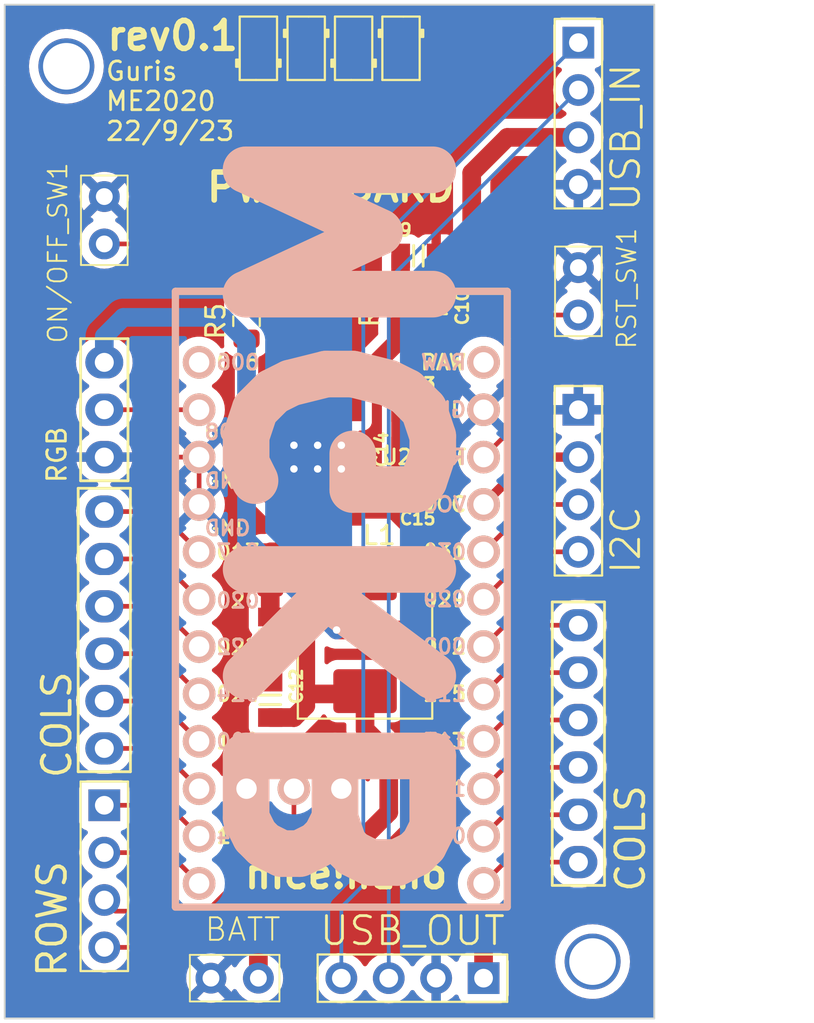
<source format=kicad_pcb>
(kicad_pcb (version 20221018) (generator pcbnew)
  (layers (0 "F.Cu" signal) (31 "B.Cu" signal) (34 "B.Paste" user) (35 "F.Paste" user) (36 "B.SilkS" user "B.Silkscreen") (37 "F.SilkS" user "F.Silkscreen") (38 "B.Mask" user) (39 "F.Mask" user) (44 "Edge.Cuts" user))
  (net 0 "")
  (net 1 "Net-(C9-+)")
  (net 2 "GND")
  (net 3 "Net-(C10-+)")
  (net 4 "Net-(C11-+)")
  (net 5 "Net-(C12-+)")
  (net 6 "Net-(D45-K-)")
  (net 7 "Net-(D45-A+)")
  (net 8 "Net-(D47-A+)")
  (net 9 "SCL")
  (net 10 "SDA")
  (net 11 "D-")
  (net 12 "D+")
  (net 13 "RGB")
  (net 14 "Net-(L1-+)")
  (net 15 "Net-(ON/OFF_SW1-Pin_1)")
  (net 16 "Net-(R5-+)")
  (net 17 "RST_SW")
  (net 19 "+5V")
  (net 21 "COL6")
  (net 23 "+3V3")
  (net 24 "COL5")
  (net 25 "COL4")
  (net 26 "COL3")
  (net 27 "COL2")
  (net 28 "COL1")
  (net 29 "ROW4")
  (net 30 "ROW3")
  (net 31 "ROW2")
  (net 32 "ROW1")
  (net 33 "COL7")
  (net 34 "COL8")
  (net 35 "COL9")
  (net 36 "COL10")
  (net 37 "COL11")
  (net 38 "COL12")
  (footprint "IP5306:SOP8-P" (layer "F.Cu") (at 129.54 74.293601 180)
    (fp_text reference "U2" (at -4.2477 -0.000001) (layer "F.SilkS") (effects (font (size 0.8 0.8))))
    (fp_text value "IP5306")
    (fp_line (start -2.032 1.016) (end -2.032 -1.016) (stroke (width 0.3048)) (layer "F.SilkS"))
    (pad "1" smd rect (at -1.905 2.8 180) (size 1 1.75) (layers "F.Cu" "F.Paste" "F.Mask") (net 3 "Net-(C10-+)"))
    (pad "2" smd rect (at -0.635 2.8 180) (size 0.6 1.75) (layers "F.Cu" "F.Paste" "F.Mask") (net 7 "Net-(D45-A+)"))
    (pad "3" smd rect (at 0.635 2.8 180) (size 0.6 1.75) (layers "F.Cu" "F.Paste" "F.Mask") (net 8 "Net-(D47-A+)"))
    (pad "4" smd rect (at 1.905 2.8 180) (size 0.6 1.75) (layers "F.Cu" "F.Paste" "F.Mask") (net 6 "Net-(D45-K-)"))
    (pad "5" smd rect (at 1.905 -2.8 180) (size 0.6 1.75) (layers "F.Cu" "F.Paste" "F.Mask") (net 16 "Net-(R5-+)"))
    (pad "6" smd rect (at 0.635 -2.8 180) (size 1 1.75) (layers "F.Cu" "F.Paste" "F.Mask") (net 5 "Net-(C12-+)"))
    (pad "7" smd rect (at -0.635 -2.8 180) (size 1 1.75) (layers "F.Cu" "F.Paste" "F.Mask") (net 14 "Net-(L1-+)"))
    (pad "8" smd rect (at -1.905 -2.8 180) (size 1 1.75) (layers "F.Cu" "F.Paste" "F.Mask") (net 19 "+5V"))
    (pad "EXP" smd rect (at 0 0 180) (size 3.3 2.41) (layers "F.Cu" "F.Mask") (net 2 "GND"))
  )
  (footprint "PCM_4ms_Connector:Pins_1x04_2.54mm_TH" (layer "F.Cu") (at 134.62 102.235 -90)
    (fp_text reference "J3" hide)
    (fp_text value "USB_OUT" (at -2.54 0 -180) (layer "F.SilkS") (effects (font (size 1.5 1.5))))
    (fp_line (start -1.27 -5.08) (end -1.27 5.08) (stroke (width 0.12)) (layer "F.SilkS"))
    (fp_line (start -1.27 5.08) (end 1.27 5.08) (stroke (width 0.12)) (layer "F.SilkS"))
    (fp_line (start 1.27 -5.08) (end -1.27 -5.08) (stroke (width 0.12)) (layer "F.SilkS"))
    (fp_line (start 1.27 5.08) (end 1.27 -5.08) (stroke (width 0.12)) (layer "F.SilkS"))
    (pad "1" thru_hole rect (at 0 -3.81 270) (size 1.7 1.7) (drill 1) (layers "*.Cu" "*.Mask") (net 19 "+5V"))
    (pad "2" thru_hole oval (at 0 -1.27 270) (size 1.7 1.7) (drill 1) (layers "*.Cu" "*.Mask") (net 2 "GND"))
    (pad "3" thru_hole oval (at 0 1.27 270) (size 1.7 1.7) (drill 1) (layers "*.Cu" "*.Mask") (net 12 "D+"))
    (pad "4" thru_hole oval (at 0 3.81 270) (size 1.7 1.7) (drill 1) (layers "*.Cu" "*.Mask") (net 11 "D-"))
  )
  (footprint "PCM_4ms_Resistor:R_0805_2012Metric" (layer "F.Cu") (at 125.73 67.007501 90)
    (fp_text reference "R5" (at 0 -1.65 90) (layer "F.SilkS"))
    (fp_text value "10k" hide)
    (fp_line (start -0.258578 -0.71) (end 0.258578 -0.71) (stroke (width 0.12)) (layer "F.SilkS"))
    (fp_line (start -0.258578 0.71) (end 0.258578 0.71) (stroke (width 0.12)) (layer "F.SilkS"))
    (pad "1" smd roundrect (at -0.9375 0 90) (size 0.975 1.4) (layers "F.Cu" "F.Paste" "F.Mask") (net 16 "Net-(R5-+)"))
    (pad "2" smd roundrect (at 0.9375 0 90) (size 0.975 1.4) (layers "F.Cu" "F.Paste" "F.Mask") (net 15 "Net-(ON/OFF_SW1-Pin_1)"))
  )
  (footprint "PCM_4ms_Connector:Pins_1x04_2.54mm_TH" (layer "F.Cu") (at 143.51 55.88)
    (fp_text reference "J6" hide)
    (fp_text value "USB_IN" (at 2.54 1.27 90) (layer "F.SilkS") (effects (font (size 1.5 1.5))))
    (fp_line (start -1.27 -5.08) (end -1.27 5.08) (stroke (width 0.12)) (layer "F.SilkS"))
    (fp_line (start -1.27 5.08) (end 1.27 5.08) (stroke (width 0.12)) (layer "F.SilkS"))
    (fp_line (start 1.27 -5.08) (end -1.27 -5.08) (stroke (width 0.12)) (layer "F.SilkS"))
    (fp_line (start 1.27 5.08) (end 1.27 -5.08) (stroke (width 0.12)) (layer "F.SilkS"))
    (pad "1" thru_hole rect (at 0 -3.81) (size 1.7 1.7) (drill 1) (layers "*.Cu" "*.Mask") (net 11 "D-"))
    (pad "2" thru_hole oval (at 0 -1.27) (size 1.7 1.7) (drill 1) (layers "*.Cu" "*.Mask") (net 12 "D+"))
    (pad "3" thru_hole oval (at 0 1.27) (size 1.7 1.7) (drill 1) (layers "*.Cu" "*.Mask") (net 3 "Net-(C10-+)"))
    (pad "4" thru_hole oval (at 0 3.81) (size 1.7 1.7) (drill 1) (layers "*.Cu" "*.Mask") (net 2 "GND"))
  )
  (footprint "PCM_4ms_Connector:Pins_1x02_2.54mm_TH" (layer "F.Cu") (at 118.11 61.595 180)
    (fp_text reference "ON/OFF_SW1" (at 1.905 3.175 90) (layer "F.SilkS") (effects (font (thickness 0.1016)) (justify right bottom)))
    (fp_text value "Conn_01x02" hide)
    (fp_line (start -1.25 -2.4) (end 1.25 -2.4) (stroke (width 0.1)) (layer "F.SilkS"))
    (fp_line (start -1.25 2.4) (end -1.25 -2.4) (stroke (width 0.1)) (layer "F.SilkS"))
    (fp_line (start 1.25 -2.4) (end 1.25 2.4) (stroke (width 0.1)) (layer "F.SilkS"))
    (fp_line (start 1.25 2.4) (end -1.25 2.4) (stroke (width 0.1)) (layer "F.SilkS"))
    (pad "1" thru_hole circle (at 0 -1.27 180) (size 1.651 1.651) (drill 0.9) (layers "*.Cu" "*.Mask") (net 15 "Net-(ON/OFF_SW1-Pin_1)"))
    (pad "2" thru_hole circle (at 0 1.27 180) (size 1.651 1.651) (drill 0.9) (layers "*.Cu" "*.Mask") (net 2 "GND"))
  )
  (footprint "PCM_Diode_SMD_AKL:D_0805_2012Metric" (layer "F.Cu") (at 128.927201 52.3725 -90)
    (fp_text reference "D47" hide)
    (fp_text value "type=\"\" model=\"D-LED\" lib=\"semiconductor.lib\"" hide)
    (fp_line (start -1.7 -1) (end 1.7 -1) (stroke (width 0.12)) (layer "F.SilkS"))
    (fp_line (start -1.7 -0.127) (end -1.7 -1) (stroke (width 0.12)) (layer "F.SilkS"))
    (fp_line (start -1.7 1) (end -1.7 -0.127) (stroke (width 0.12)) (layer "F.SilkS"))
    (fp_line (start 1.7 -1) (end 1.7 1) (stroke (width 0.12)) (layer "F.SilkS"))
    (fp_line (start 1.7 1) (end -1.7 1) (stroke (width 0.12)) (layer "F.SilkS"))
    (fp_poly (pts (xy -0.6 -1) (xy -1 -1) (xy -1 -1.2) (xy -0.6 -1.2)) (stroke (width 0.1)) (fill solid) (layer "F.SilkS"))
    (fp_poly (pts (xy -0.6 1.2) (xy -1 1.2) (xy -1 1) (xy -0.6 1)) (stroke (width 0.1)) (fill solid) (layer "F.SilkS"))
    (pad "1" smd roundrect (at -0.9375 0 270) (size 0.975 1.4) (layers "F.Cu" "F.Paste" "F.Mask") (net 6 "Net-(D45-K-)"))
    (pad "2" smd roundrect (at 0.9375 0 270) (size 0.975 1.4) (layers "F.Cu" "F.Paste" "F.Mask") (net 8 "Net-(D47-A+)"))
  )
  (footprint "PCM_4ms_Capacitor:C_0805" (layer "F.Cu") (at 134.935 73.863802)
    (fp_text reference "C14" (at -1.585 1.066198 90) (layer "F.SilkS") (effects (font (size 0.65 0.65)) (justify left bottom)))
    (fp_text value "22uF" hide)
    (fp_line (start -0.254 0.5588) (end -0.254 -0.5588) (stroke (width 0.1524)) (layer "F.SilkS"))
    (fp_line (start 0.254 0.5588) (end 0.254 -0.5588) (stroke (width 0.1524)) (layer "F.SilkS"))
    (pad "1" smd rect (at -0.95 0) (size 1 1.3) (layers "F.Cu" "F.Paste" "F.Mask") (net 19 "+5V"))
    (pad "2" smd rect (at 0.95 0) (size 1 1.3) (layers "F.Cu" "F.Paste" "F.Mask") (net 2 "GND"))
  )
  (footprint "PCM_4ms_Resistor:R_0805_2012Metric" (layer "F.Cu") (at 127 80.3425 -90)
    (fp_text reference "R4" (at -0.3325 -1.65 90) (layer "F.SilkS"))
    (fp_text value "2R")
    (fp_line (start -0.258578 -0.71) (end 0.258578 -0.71) (stroke (width 0.12)) (layer "F.SilkS"))
    (fp_line (start -0.258578 0.71) (end 0.258578 0.71) (stroke (width 0.12)) (layer "F.SilkS"))
    (pad "1" smd roundrect (at -0.9375 0 270) (size 0.975 1.4) (layers "F.Cu" "F.Paste" "F.Mask") (net 5 "Net-(C12-+)"))
    (pad "2" smd roundrect (at 0.9375 0 270) (size 0.975 1.4) (layers "F.Cu" "F.Paste" "F.Mask") (net 4 "Net-(C11-+)"))
  )
  (footprint "PCM_Diode_SMD_AKL:D_0805_2012Metric" (layer "F.Cu") (at 131.467201 52.3725 90)
    (fp_text reference "D46" hide)
    (fp_text value "type=\"\" model=\"D-LED\" lib=\"semiconductor.lib\"" hide)
    (fp_line (start -1.7 -1) (end 1.7 -1) (stroke (width 0.12)) (layer "F.SilkS"))
    (fp_line (start -1.7 -0.127) (end -1.7 -1) (stroke (width 0.12)) (layer "F.SilkS"))
    (fp_line (start -1.7 1) (end -1.7 -0.127) (stroke (width 0.12)) (layer "F.SilkS"))
    (fp_line (start 1.7 -1) (end 1.7 1) (stroke (width 0.12)) (layer "F.SilkS"))
    (fp_line (start 1.7 1) (end -1.7 1) (stroke (width 0.12)) (layer "F.SilkS"))
    (fp_poly (pts (xy -0.6 -1) (xy -1 -1) (xy -1 -1.2) (xy -0.6 -1.2)) (stroke (width 0.1)) (fill solid) (layer "F.SilkS"))
    (fp_poly (pts (xy -0.6 1.2) (xy -1 1.2) (xy -1 1) (xy -0.6 1)) (stroke (width 0.1)) (fill solid) (layer "F.SilkS"))
    (pad "1" smd roundrect (at -0.9375 0 90) (size 0.975 1.4) (layers "F.Cu" "F.Paste" "F.Mask") (net 7 "Net-(D45-A+)"))
    (pad "2" smd roundrect (at 0.9375 0 90) (size 0.975 1.4) (layers "F.Cu" "F.Paste" "F.Mask") (net 6 "Net-(D45-K-)"))
  )
  (footprint "PCM_Diode_SMD_AKL:D_0805_2012Metric" (layer "F.Cu") (at 126.365 52.3725 90)
    (fp_text reference "D48" hide)
    (fp_text value "type=\"\" model=\"D-LED\" lib=\"semiconductor.lib\"" hide)
    (fp_line (start -1.7 -1) (end 1.7 -1) (stroke (width 0.12)) (layer "F.SilkS"))
    (fp_line (start -1.7 -0.127) (end -1.7 -1) (stroke (width 0.12)) (layer "F.SilkS"))
    (fp_line (start -1.7 1) (end -1.7 -0.127) (stroke (width 0.12)) (layer "F.SilkS"))
    (fp_line (start 1.7 -1) (end 1.7 1) (stroke (width 0.12)) (layer "F.SilkS"))
    (fp_line (start 1.7 1) (end -1.7 1) (stroke (width 0.12)) (layer "F.SilkS"))
    (fp_poly (pts (xy -0.6 -1) (xy -1 -1) (xy -1 -1.2) (xy -0.6 -1.2)) (stroke (width 0.1)) (fill solid) (layer "F.SilkS"))
    (fp_poly (pts (xy -0.6 1.2) (xy -1 1.2) (xy -1 1) (xy -0.6 1)) (stroke (width 0.1)) (fill solid) (layer "F.SilkS"))
    (pad "1" smd roundrect (at -0.9375 0 90) (size 0.975 1.4) (layers "F.Cu" "F.Paste" "F.Mask") (net 8 "Net-(D47-A+)"))
    (pad "2" smd roundrect (at 0.9375 0 90) (size 0.975 1.4) (layers "F.Cu" "F.Paste" "F.Mask") (net 6 "Net-(D45-K-)"))
  )
  (footprint "PCM_4ms_Connector:Pins_1x03_2.54mm_TH" (layer "F.Cu") (at 118.11 71.755001 180)
    (fp_text reference "J4" hide)
    (fp_text value "RGB" (at 2.54 -2.412999 270) (layer "F.SilkS"))
    (fp_line (start -1.27 -3.81) (end -1.27 3.81) (stroke (width 0.15)) (layer "F.SilkS"))
    (fp_line (start -1.27 3.81) (end 1.27 3.81) (stroke (width 0.15)) (layer "F.SilkS"))
    (fp_line (start 1.27 -3.81) (end -1.27 -3.81) (stroke (width 0.15)) (layer "F.SilkS"))
    (fp_line (start 1.27 3.81) (end 1.27 -3.81) (stroke (width 0.15)) (layer "F.SilkS"))
    (pad "1" thru_hole oval (at 0 -2.54 180) (size 2.032 1.7272) (drill 1.016) (layers "*.Cu" "*.Mask") (net 2 "GND"))
    (pad "2" thru_hole oval (at 0 0 180) (size 2.032 1.7272) (drill 1.016) (layers "*.Cu" "*.Mask") (net 13 "RGB"))
    (pad "3" thru_hole oval (at 0 2.54 180) (size 2.032 1.7272) (drill 1.016) (layers "*.Cu" "*.Mask") (net 19 "+5V"))
  )
  (footprint "PCM_4ms_Connector:Pins_1x06_2.54mm_TH_SWD" (layer "F.Cu") (at 143.51 89.662)
    (fp_text reference "J8" hide)
    (fp_text value "COLS" (at 2.794 5.08 90) (layer "F.SilkS") (effects (font (size 1.5 1.5) (thickness 0.2))))
    (fp_line (start -1.4 7.6) (end -1.4 -7.6) (stroke (width 0.15)) (layer "F.SilkS"))
    (fp_line (start 1.4 -7.6) (end -1.4 -7.6) (stroke (width 0.15)) (layer "F.SilkS"))
    (fp_line (start 1.4 -7.6) (end 1.4 7.6) (stroke (width 0.15)) (layer "F.SilkS"))
    (fp_line (start 1.4 7.6) (end -1.4 7.6) (stroke (width 0.15)) (layer "F.SilkS"))
    (pad "1" thru_hole oval (at 0 -6.35) (size 2.032 1.7272) (drill 1.016) (layers "*.Cu" "*.Mask") (net 33 "COL7"))
    (pad "2" thru_hole oval (at 0 -3.81) (size 2.032 1.7272) (drill 1.016) (layers "*.Cu" "*.Mask") (net 34 "COL8"))
    (pad "3" thru_hole oval (at 0 -1.27) (size 2.032 1.7272) (drill 1.016) (layers "*.Cu" "*.Mask") (net 35 "COL9"))
    (pad "4" thru_hole oval (at 0 1.27) (size 2.032 1.7272) (drill 1.016) (layers "*.Cu" "*.Mask") (net 36 "COL10"))
    (pad "5" thru_hole oval (at 0 3.81) (size 2.032 1.7272) (drill 1.016) (layers "*.Cu" "*.Mask") (net 37 "COL11"))
    (pad "6" thru_hole oval (at 0 6.35) (size 2.032 1.7272) (drill 1.016) (layers "*.Cu" "*.Mask") (net 38 "COL12"))
  )
  (footprint "nice-nano-kicad:nice_nano" (layer "F.Cu") (at 130.81 83.185001 -90)
    (fp_text reference "U1" hide)
    (fp_text value "nice_nano" hide)
    (fp_text user "100" (at 6.35 5.53719) (layer "B.SilkS") (effects (font (size 0.8 0.8)) (justify mirror)))
    (fp_text user "017" (at -3.81 5.53719) (layer "B.SilkS") (effects (font (size 0.8 0.8)) (justify mirror)))
    (fp_text user "029" (at -1.27 -5.537191) (layer "B.SilkS") (effects (font (size 0.8 0.8)) (justify mirror)))
    (fp_text user "010" (at 11.43 -5.537191) (layer "B.SilkS") (effects (font (size 0.8 0.8)) (justify mirror)))
    (fp_text user "113" (at 6.35 -5.537191) (layer "B.SilkS") (effects (font (size 0.8 0.8)) (justify mirror)))
    (fp_text user "020" (at -1.2 5.53719) (layer "B.SilkS") (effects (font (size 0.8 0.8)) (justify mirror)))
    (fp_text user "002" (at 1.27 -5.537191) (layer "B.SilkS") (effects (font (size 0.8 0.8)) (justify mirror)))
    (fp_text user "024" (at 3.8 5.53719) (layer "B.SilkS") (effects (font (size 0.8 0.8)) (justify mirror)))
    (fp_text user "115" (at 3.81 -5.537191) (layer "B.SilkS") (effects (font (size 0.8 0.8)) (justify mirror)))
    (fp_text user "GND" (at -5.08 6.096) (layer "B.SilkS") (effects (font (size 0.8 0.8)) (justify mirror)))
    (fp_text user "022" (at 1.3 5.53719) (layer "B.SilkS") (effects (font (size 0.8 0.8)) (justify mirror)))
    (fp_text user "GND" (at -7.62 6.096) (layer "B.SilkS") (effects (font (size 0.8 0.8)) (justify mirror)))
    (fp_text user "031" (at -3.81 -5.537191) (layer "B.SilkS") (effects (font (size 0.8 0.8)) (justify mirror)))
    (fp_text user "GND" (at -11.43 -5.454667) (layer "B.SilkS") (effects (font (size 0.8 0.8)) (justify mirror)))
    (fp_text user "111" (at 8.89 -5.537191) (layer "B.SilkS") (effects (font (size 0.8 0.8)) (justify mirror)))
    (fp_text user "RAW" (at -13.97 -5.473715) (layer "B.SilkS") (effects (font (size 0.8 0.8)) (justify mirror)))
    (fp_text user "006" (at -13.97 5.53719) (layer "B.SilkS") (effects (font (size 0.8 0.8)) (justify mirror)))
    (fp_text user "VCC" (at -6.35 -5.537191) (layer "B.SilkS") (effects (font (size 0.8 0.8)) (justify mirror)))
    (fp_text user "RST" (at -8.89 -5.588) (layer "B.SilkS") (effects (font (size 0.8 0.8)) (justify mirror)))
    (fp_text user "008" (at -10.23 6.17219) (layer "B.SilkS") (effects (font (size 0.8 0.8)) (justify mirror)))
    (fp_text user "104" (at 11.43 5.53719) (layer "B.SilkS") (effects (font (size 0.8 0.8)) (justify mirror)))
    (fp_text user "115" (at 3.81 -5.537191) (layer "F.SilkS") (effects (font (size 0.8 0.8))))
    (fp_text user "022" (at 1.3 5.53719) (layer "F.SilkS") (effects (font (size 0.8 0.8))))
    (fp_text user "nice!nano" (at 13.462 -0.254) (layer "F.SilkS") (effects (font (size 1.5 1.5) (thickness 0.3))))
    (fp_text user "VCC" (at -6.35 -5.537191) (layer "F.SilkS") (effects (font (size 0.8 0.8))))
    (fp_text user "GND" (at -7.62 6.096) (layer "F.SilkS") (effects (font (size 0.8 0.8))))
    (fp_text user "010" (at 11.43 -5.537191) (layer "F.SilkS") (effects (font (size 0.8 0.8))))
    (fp_text user "017" (at -3.8 5.53719) (layer "F.SilkS") (effects (font (size 0.8 0.8))))
    (fp_text user "111" (at 8.89 -5.537191) (layer "F.SilkS") (effects (font (size 0.8 0.8))))
    (fp_text user "029" (at -1.27 -5.537191) (layer "F.SilkS") (effects (font (size 0.8 0.8))))
    (fp_text user "104" (at 11.43 5.53719) (layer "F.SilkS") (effects (font (size 0.8 0.8))))
    (fp_text user "RAW" (at -13.97 -5.473715) (layer "F.SilkS") (effects (font (size 0.8 0.8))))
    (fp_text user "RST" (at -8.89 -5.588) (layer "F.SilkS") (effects (font (size 0.8 0.8))))
    (fp_text user "031" (at -3.81 -5.537191) (layer "F.SilkS") (effects (font (size 0.8 0.8))))
    (fp_text user "024" (at 3.81 5.53719) (layer "F.SilkS") (effects (font (size 0.8 0.8))))
    (fp_text user "008" (at -10.23 6.17219) (layer "F.SilkS") (effects (font (size 0.8 0.8))))
    (fp_text user "020" (at -1.2 5.53719) (layer "F.SilkS") (effects (font (size 0.8 0.8))))
    (fp_text user "006" (at -13.97 5.53719) (layer "F.SilkS") (effects (font (size 0.8 0.8))))
    (fp_text user "113" (at 6.35 -5.537191) (layer "F.SilkS") (effects (font (size 0.8 0.8))))
    (fp_text user "002" (at 1.27 -5.537191) (layer "F.SilkS") (effects (font (size 0.8 0.8))))
    (fp_text user "GND" (at -5.08 6.096) (layer "F.SilkS") (effects (font (size 0.8 0.8))))
    (fp_text user "100" (at 6.35 5.53719) (layer "F.SilkS") (effects (font (size 0.8 0.8))))
    (fp_text user "GND" (at -11.43 -5.454667) (layer "F.SilkS") (effects (font (size 0.8 0.8))))
    (fp_line (start -17.78 -8.89) (end -17.78 8.89) (stroke (width 0.381)) (layer "B.SilkS"))
    (fp_line (start -17.78 8.89) (end 15.24 8.89) (stroke (width 0.381)) (layer "B.SilkS"))
    (fp_line (start 15.24 -8.89) (end -17.78 -8.89) (stroke (width 0.381)) (layer "B.SilkS"))
    (fp_line (start 15.24 8.89) (end 15.24 -8.89) (stroke (width 0.381)) (layer "B.SilkS"))
    (fp_line (start -17.78 -8.89) (end -17.78 8.89) (stroke (width 0.381)) (layer "F.SilkS"))
    (fp_line (start -17.78 8.89) (end -15.24 8.89) (stroke (width 0.381)) (layer "F.SilkS"))
    (fp_line (start -15.24 -8.89) (end -17.78 -8.89) (stroke (width 0.381)) (layer "F.SilkS"))
    (fp_line (start -15.24 8.89) (end 15.24 8.89) (stroke (width 0.381)) (layer "F.SilkS"))
    (fp_line (start 15.24 -8.89) (end -15.24 -8.89) (stroke (width 0.381)) (layer "F.SilkS"))
    (fp_line (start 15.24 8.89) (end 15.24 -8.89) (stroke (width 0.381)) (layer "F.SilkS"))
    (pad "1" thru_hole circle (at -13.97 7.62 270) (size 1.7526 1.7526) (drill 1.0922) (layers "*.Cu" "*.SilkS" "*.Mask"))
    (pad "2" thru_hole circle (at -11.43 7.62 270) (size 1.7526 1.7526) (drill 1.0922) (layers "*.Cu" "*.SilkS" "*.Mask") (net 13 "RGB"))
    (pad "3" thru_hole circle (at -8.89 7.62 270) (size 1.7526 1.7526) (drill 1.0922) (layers "*.Cu" "*.SilkS" "*.Mask") (net 2 "GND"))
    (pad "4" thru_hole circle (at -6.35 7.62 270) (size 1.7526 1.7526) (drill 1.0922) (layers "*.Cu" "*.SilkS" "*.Mask") (net 2 "GND"))
    (pad "5" thru_hole circle (at -3.81 7.62 270) (size 1.7526 1.7526) (drill 1.0922) (layers "*.Cu" "*.SilkS" "*.Mask") (net 28 "COL1"))
    (pad "6" thru_hole circle (at -1.27 7.62 270) (size 1.7526 1.7526) (drill 1.0922) (layers "*.Cu" "*.SilkS" "*.Mask") (net 27 "COL2"))
    (pad "7" thru_hole circle (at 1.27 7.62 270) (size 1.7526 1.7526) (drill 1.0922) (layers "*.Cu" "*.SilkS" "*.Mask") (net 26 "COL3"))
    (pad "8" thru_hole circle (at 3.81 7.62 270) (size 1.7526 1.7526) (drill 1.0922) (layers "*.Cu" "*.SilkS" "*.Mask") (net 25 "COL4"))
    (pad "9" thru_hole circle (at 6.35 7.62 270) (size 1.7526 1.7526) (drill 1.0922) (layers "*.Cu" "*.SilkS" "*.Mask") (net 24 "COL5"))
    (pad "10" thru_hole circle (at 8.89 7.62 270) (size 1.7526 1.7526) (drill 1.0922) (layers "*.Cu" "*.SilkS" "*.Mask") (net 21 "COL6"))
    (pad "11" thru_hole circle (at 11.43 7.62 270) (size 1.7526 1.7526) (drill 1.0922) (layers "*.Cu" "*.SilkS" "*.Mask") (net 32 "ROW1"))
    (pad "12" thru_hole circle (at 13.97 7.62 270) (size 1.7526 1.7526) (drill 1.0922) (layers "*.Cu" "*.SilkS" "*.Mask") (net 31 "ROW2"))
    (pad "13" thru_hole circle (at 13.97 -7.62 270) (size 1.7526 1.7526) (drill 1.0922) (layers "*.Cu" "*.SilkS" "*.Mask") (net 38 "COL12"))
    (pad "14" thru_hole circle (at 11.43 -7.62 270) (size 1.7526 1.7526) (drill 1.0922) (layers "*.Cu" "*.SilkS" "*.Mask") (net 37 "COL11"))
    (pad "15" thru_hole circle (at 8.89 -7.62 270) (size 1.7526 1.7526) (drill 1.0922) (layers "*.Cu" "*.SilkS" "*.Mask") (net 36 "COL10"))
    (pad "16" thru_hole circle (at 6.35 -7.62 270) (size 1.7526 1.7526) (drill 1.0922) (layers "*.Cu" "*.SilkS" "*.Mask") (net 35 "COL9"))
    (pad "17" thru_hole circle (at 3.81 -7.62 270) (size 1.7526 1.7526) (drill 1.0922) (layers "*.Cu" "*.SilkS" "*.Mask") (net 34 "COL8"))
    (pad "18" thru_hole circle (at 1.27 -7.62 270) (size 1.7526 1.7526) (drill 1.0922) (layers "*.Cu" "*.SilkS" "*.Mask") (net 33 "COL7"))
    (pad "19" thru_hole circle (at -1.27 -7.62 270) (size 1.7526 1.7526) (drill 1.0922) (layers "*.Cu" "*.SilkS" "*.Mask") (net 10 "SDA"))
    (pad "20" thru_hole circle (at -3.81 -7.62 270) (size 1.7526 1.7526) (drill 1.0922) (layers "*.Cu" "*.SilkS" "*.Mask") (net 9 "SCL"))
    (pad "21" thru_hole circle (at -6.35 -7.62 270) (size 1.7526 1.7526) (drill 1.0922) (layers "*.Cu" "*.SilkS" "*.Mask") (net 23 "+3V3"))
    (pad "22" thru_hole circle (at -8.89 -7.62 270) (size 1.7526 1.7526) (drill 1.0922) (layers "*.Cu" "*.SilkS" "*.Mask") (net 17 "RST_SW"))
    (pad "23" thru_hole circle (at -11.43 -7.62 270) (size 1.7526 1.7526) (drill 1.0922) (layers "*.Cu" "*.SilkS" "*.Mask") (net 2 "GND"))
    (pad "24" thru_hole circle (at -13.97 -7.62 270) (size 1.7526 1.7526) (drill 1.0922) (layers "*.Cu" "*.SilkS" "*.Mask"))
    (pad "31" thru_hole circle (at 8.89 5.08 270) (size 1.7526 1.7526) (drill 1.0922) (layers "*.Cu" "*.SilkS" "*.Mask") (net 30 "ROW3"))
    (pad "32" thru_hole circle (at 8.89 2.54 270) (size 1.7526 1.7526) (drill 1.0922) (layers "*.Cu" "*.SilkS" "*.Mask") (net 29 "ROW4"))
    (pad "33" thru_hole circle (at 8.89 0 270) (size 1.7526 1.7526) (drill 1.0922) (layers "*.Cu" "*.SilkS" "*.Mask"))
  )
  (footprint "PCM_4ms_Capacitor:C_0805" (layer "F.Cu") (at 135.89 66.36 90)
    (fp_text reference "C10" (at -0.95 1.778 90) (layer "F.SilkS") (effects (font (size 0.65 0.65)) (justify left bottom)))
    (fp_text value "10uF" hide)
    (fp_line (start -0.254 0.5588) (end -0.254 -0.5588) (stroke (width 0.1524)) (layer "F.SilkS"))
    (fp_line (start 0.254 0.5588) (end 0.254 -0.5588) (stroke (width 0.1524)) (layer "F.SilkS"))
    (pad "1" smd rect (at -0.95 0 90) (size 1 1.3) (layers "F.Cu" "F.Paste" "F.Mask") (net 3 "Net-(C10-+)"))
    (pad "2" smd rect (at 0.95 0 90) (size 1 1.3) (layers "F.Cu" "F.Paste" "F.Mask") (net 2 "GND"))
  )
  (footprint "PCM_4ms_Connector:Pins_1x04_2.54mm_TH_SWD" (layer "F.Cu") (at 118.11 96.774)
    (fp_text reference "J7" hide)
    (fp_text value "ROWS" (at -2.794 2.286 90) (layer "F.SilkS") (effects (font (size 1.5 1.5) (thickness 0.2))))
    (fp_line (start -1.27 -5.08) (end -1.27 5.08) (stroke (width 0.12)) (layer "F.SilkS"))
    (fp_line (start -1.27 5.08) (end 1.27 5.08) (stroke (width 0.12)) (layer "F.SilkS"))
    (fp_line (start 1.27 -5.08) (end -1.27 -5.08) (stroke (width 0.12)) (layer "F.SilkS"))
    (fp_line (start 1.27 5.08) (end 1.27 -5.08) (stroke (width 0.12)) (layer "F.SilkS"))
    (pad "1" thru_hole rect (at 0 -3.81) (size 1.7 1.7) (drill 1) (layers "*.Cu" "*.Mask") (net 32 "ROW1"))
    (pad "2" thru_hole oval (at 0 -1.27) (size 1.7 1.7) (drill 1) (layers "*.Cu" "*.Mask") (net 31 "ROW2"))
    (pad "3" thru_hole oval (at 0 1.27) (size 1.7 1.7) (drill 1) (layers "*.Cu" "*.Mask") (net 30 "ROW3"))
    (pad "4" thru_hole oval (at 0 3.81) (size 1.7 1.7) (drill 1) (layers "*.Cu" "*.Mask") (net 29 "ROW4"))
  )
  (footprint "PCM_4ms_Capacitor:C_0805" (layer "F.Cu") (at 127 87.310001 90)
    (fp_text reference "C12" (at -0.319999 1.778 90) (layer "F.SilkS") (effects (font (size 0.65 0.65)) (justify left bottom)))
    (fp_text value "10uF" hide)
    (fp_line (start -0.254 0.5588) (end -0.254 -0.5588) (stroke (width 0.1524)) (layer "F.SilkS"))
    (fp_line (start 0.254 0.5588) (end 0.254 -0.5588) (stroke (width 0.1524)) (layer "F.SilkS"))
    (pad "1" smd rect (at -0.95 0 90) (size 1 1.3) (layers "F.Cu" "F.Paste" "F.Mask") (net 5 "Net-(C12-+)"))
    (pad "2" smd rect (at 0.95 0 90) (size 1 1.3) (layers "F.Cu" "F.Paste" "F.Mask") (net 2 "GND"))
  )
  (footprint "PCM_Diode_SMD_AKL:D_0805_2012Metric" (layer "F.Cu") (at 134.007201 52.3725 -90)
    (fp_text reference "D45" hide)
    (fp_text value "type=\"\" model=\"D-LED\" lib=\"semiconductor.lib\"" hide)
    (fp_line (start -1.7 -1) (end 1.7 -1) (stroke (width 0.12)) (layer "F.SilkS"))
    (fp_line (start -1.7 -0.127) (end -1.7 -1) (stroke (width 0.12)) (layer "F.SilkS"))
    (fp_line (start -1.7 1) (end -1.7 -0.127) (stroke (width 0.12)) (layer "F.SilkS"))
    (fp_line (start 1.7 -1) (end 1.7 1) (stroke (width 0.12)) (layer "F.SilkS"))
    (fp_line (start 1.7 1) (end -1.7 1) (stroke (width 0.12)) (layer "F.SilkS"))
    (fp_poly (pts (xy -0.6 -1) (xy -1 -1) (xy -1 -1.2) (xy -0.6 -1.2)) (stroke (width 0.1)) (fill solid) (layer "F.SilkS"))
    (fp_poly (pts (xy -0.6 1.2) (xy -1 1.2) (xy -1 1) (xy -0.6 1)) (stroke (width 0.1)) (fill solid) (layer "F.SilkS"))
    (pad "1" smd roundrect (at -0.9375 0 270) (size 0.975 1.4) (layers "F.Cu" "F.Paste" "F.Mask") (net 6 "Net-(D45-K-)"))
    (pad "2" smd roundrect (at 0.9375 0 270) (size 0.975 1.4) (layers "F.Cu" "F.Paste" "F.Mask") (net 7 "Net-(D45-A+)"))
  )
  (footprint "PCM_4ms_Connector:Pins_1x02_2.54mm_TH" (layer "F.Cu") (at 143.51 65.405)
    (fp_text reference "RST_SW1" (at 3.175 3.175 90) (layer "F.SilkS") (effects (font (thickness 0.1016)) (justify left bottom)))
    (fp_text value "Conn_01x02" hide)
    (fp_line (start -1.25 -2.4) (end 1.25 -2.4) (stroke (width 0.1)) (layer "F.SilkS"))
    (fp_line (start -1.25 2.4) (end -1.25 -2.4) (stroke (width 0.1)) (layer "F.SilkS"))
    (fp_line (start 1.25 -2.4) (end 1.25 2.4) (stroke (width 0.1)) (layer "F.SilkS"))
    (fp_line (start 1.25 2.4) (end -1.25 2.4) (stroke (width 0.1)) (layer "F.SilkS"))
    (pad "1" thru_hole circle (at 0 -1.27) (size 1.651 1.651) (drill 0.9) (layers "*.Cu" "*.Mask") (net 2 "GND"))
    (pad "2" thru_hole circle (at 0 1.27) (size 1.651 1.651) (drill 0.9) (layers "*.Cu" "*.Mask") (net 17 "RST_SW"))
  )
  (footprint "PCM_Inductor_SMD_AKL:L_Abracon_ASPI-0630LR" (layer "F.Cu") (at 132.08 83.820001 -90)
    (fp_text reference "L1" (at -5.334001 -0.762) (layer "F.SilkS"))
    (fp_text value "L" hide)
    (fp_line (start -4.5 -3.6) (end -4.5 3.6) (stroke (width 0.12)) (layer "F.SilkS"))
    (fp_line (start -4.5 3.6) (end 4.5 3.6) (stroke (width 0.12)) (layer "F.SilkS"))
    (fp_line (start 4.5 -3.6) (end -4.5 -3.6) (stroke (width 0.12)) (layer "F.SilkS"))
    (fp_line (start 4.5 3.6) (end 4.5 -3.6) (stroke (width 0.12)) (layer "F.SilkS"))
    (pad "1" smd roundrect (at -3.025 0 270) (size 2.35 3.4) (layers "F.Cu" "F.Paste" "F.Mask") (roundrect_rratio 0.1063829787) (net 14 "Net-(L1-+)"))
    (pad "2" smd roundrect (at 3.025 0 270) (size 2.35 3.4) (layers "F.Cu" "F.Paste" "F.Mask") (roundrect_rratio 0.1063829787) (net 5 "Net-(C12-+)"))
  )
  (footprint "PCM_4ms_Connector:Pins_1x06_2.54mm_TH_SWD" (layer "F.Cu") (at 118.110001 83.565999 180)
    (fp_text reference "J5" hide)
    (fp_text value "COLS" (at 2.540001 -5.080001 90) (layer "F.SilkS") (effects (font (size 1.5 1.5) (thickness 0.2))))
    (fp_line (start -1.4 7.6) (end -1.4 -7.6) (stroke (width 0.15)) (layer "F.SilkS"))
    (fp_line (start 1.4 -7.6) (end -1.4 -7.6) (stroke (width 0.15)) (layer "F.SilkS"))
    (fp_line (start 1.4 -7.6) (end 1.4 7.6) (stroke (width 0.15)) (layer "F.SilkS"))
    (fp_line (start 1.4 7.6) (end -1.4 7.6) (stroke (width 0.15)) (layer "F.SilkS"))
    (pad "1" thru_hole oval (at 0 -6.35 180) (size 2.032 1.7272) (drill 1.016) (layers "*.Cu" "*.Mask") (net 21 "COL6"))
    (pad "2" thru_hole oval (at 0 -3.81 180) (size 2.032 1.7272) (drill 1.016) (layers "*.Cu" "*.Mask") (net 24 "COL5"))
    (pad "3" thru_hole oval (at 0 -1.27 180) (size 2.032 1.7272) (drill 1.016) (layers "*.Cu" "*.Mask") (net 25 "COL4"))
    (pad "4" thru_hole oval (at 0 1.27 180) (size 2.032 1.7272) (drill 1.016) (layers "*.Cu" "*.Mask") (net 26 "COL3"))
    (pad "5" thru_hole oval (at 0 3.81 180) (size 2.032 1.7272) (drill 1.016) (layers "*.Cu" "*.Mask") (net 27 "COL2"))
    (pad "6" thru_hole oval (at 0 6.35 180) (size 2.032 1.7272) (drill 1.016) (layers "*.Cu" "*.Mask") (net 28 "COL1"))
  )
  (footprint "PCM_4ms_Connector:Pins_1x02_2.54mm_TH" (layer "F.Cu") (at 125.095 102.235 -90)
    (fp_text reference "J1" hide)
    (fp_text value "BATT" (at -1.905 -2.54 180) (layer "F.SilkS") (effects (font (size 1.2065 1.2065) (thickness 0.1016)) (justify right bottom)))
    (fp_line (start -1.25 -2.4) (end 1.25 -2.4) (stroke (width 0.1)) (layer "F.SilkS"))
    (fp_line (start -1.25 2.4) (end -1.25 -2.4) (stroke (width 0.1)) (layer "F.SilkS"))
    (fp_line (start 1.25 -2.4) (end 1.25 2.4) (stroke (width 0.1)) (layer "F.SilkS"))
    (fp_line (start 1.25 2.4) (end -1.25 2.4) (stroke (width 0.1)) (layer "F.SilkS"))
    (pad "1" thru_hole circle (at 0 -1.27 270) (size 1.651 1.651) (drill 0.9) (layers "*.Cu" "*.Mask") (net 5 "Net-(C12-+)"))
    (pad "2" thru_hole circle (at 0 1.27 270) (size 1.651 1.651) (drill 0.9) (layers "*.Cu" "*.Mask") (net 2 "GND"))
  )
  (footprint "PCM_4ms_Capacitor:C_0805" (layer "F.Cu") (at 134.935 71.755001)
    (fp_text reference "C13" (at -1.077 -1) (layer "F.SilkS") (effects (font (size 0.65 0.65)) (justify left bottom)))
    (fp_text value "22uF" hide)
    (fp_line (start -0.254 0.5588) (end -0.254 -0.5588) (stroke (width 0.1524)) (layer "F.SilkS"))
    (fp_line (start 0.254 0.5588) (end 0.254 -0.5588) (stroke (width 0.1524)) (layer "F.SilkS"))
    (pad "1" smd rect (at -0.95 0) (size 1 1.3) (layers "F.Cu" "F.Paste" "F.Mask") (net 19 "+5V"))
    (pad "2" smd rect (at 0.95 0) (size 1 1.3) (layers "F.Cu" "F.Paste" "F.Mask") (net 2 "GND"))
  )
  (footprint "PCM_4ms_Capacitor:C_0805" (layer "F.Cu") (at 134.94 63.5)
    (fp_text reference "C9" (at -1.74 -1) (layer "F.SilkS") (effects (font (size 0.65 0.65)) (justify left bottom)))
    (fp_text value "10uF" hide)
    (fp_line (start -0.254 0.5588) (end -0.254 -0.5588) (stroke (width 0.1524)) (layer "F.SilkS"))
    (fp_line (start 0.254 0.5588) (end 0.254 -0.5588) (stroke (width 0.1524)) (layer "F.SilkS"))
    (pad "1" smd rect (at -0.95 0) (size 1 1.3) (layers "F.Cu" "F.Paste" "F.Mask") (net 1 "Net-(C9-+)"))
    (pad "2" smd rect (at 0.95 0) (size 1 1.3) (layers "F.Cu" "F.Paste" "F.Mask") (net 2 "GND"))
  )
  (footprint "PCM_4ms_Connector:Pins_1x04_2.54mm_TH" (layer "F.Cu") (at 143.51 75.565001)
    (fp_text reference "J2" hide)
    (fp_text value "I2C" (at 2.54 3.174999 90) (layer "F.SilkS") (effects (font (size 1.5 1.5))))
    (fp_line (start -1.27 -5.08) (end -1.27 5.08) (stroke (width 0.12)) (layer "F.SilkS"))
    (fp_line (start -1.27 5.08) (end 1.27 5.08) (stroke (width 0.12)) (layer "F.SilkS"))
    (fp_line (start 1.27 -5.08) (end -1.27 -5.08) (stroke (width 0.12)) (layer "F.SilkS"))
    (fp_line (start 1.27 5.08) (end 1.27 -5.08) (stroke (width 0.12)) (layer "F.SilkS"))
    (pad "1" thru_hole rect (at 0 -3.81) (size 1.7 1.7) (drill 1) (layers "*.Cu" "*.Mask") (net 2 "GND"))
    (pad "2" thru_hole oval (at 0 -1.27) (size 1.7 1.7) (drill 1) (layers "*.Cu" "*.Mask") (net 23 "+3V3"))
    (pad "3" thru_hole oval (at 0 1.27) (size 1.7 1.7) (drill 1) (layers "*.Cu" "*.Mask") (net 9 "SCL"))
    (pad "4" thru_hole oval (at 0 3.81) (size 1.7 1.7) (drill 1) (layers "*.Cu" "*.Mask") (net 10 "SDA"))
  )
  (footprint "PCM_4ms_Capacitor:C_0805" (layer "F.Cu") (at 134.935 76.200002)
    (fp_text reference "C15" (at -1.077 1.777998) (layer "F.SilkS") (effects (font (size 0.65 0.65)) (justify left bottom)))
    (fp_text value "22uF" hide)
    (fp_line (start -0.254 0.5588) (end -0.254 -0.5588) (stroke (width 0.1524)) (layer "F.SilkS"))
    (fp_line (start 0.254 0.5588) (end 0.254 -0.5588) (stroke (width 0.1524)) (layer "F.SilkS"))
    (pad "1" smd rect (at -0.95 0) (size 1 1.3) (layers "F.Cu" "F.Paste" "F.Mask") (net 19 "+5V"))
    (pad "2" smd rect (at 0.95 0) (size 1 1.3) (layers "F.Cu" "F.Paste" "F.Mask") (net 2 "GND"))
  )
  (footprint "PCM_4ms_Resistor:R_0805_2012Metric" (layer "F.Cu") (at 133.985 66.36 90)
    (fp_text reference "R1" (at 0 -1.65 90) (layer "F.SilkS"))
    (fp_text value "2R")
    (fp_line (start -0.258578 -0.71) (end 0.258578 -0.71) (stroke (width 0.12)) (layer "F.SilkS"))
    (fp_line (start -0.258578 0.71) (end 0.258578 0.71) (stroke (width 0.12)) (layer "F.SilkS"))
    (pad "1" smd roundrect (at -0.9375 0 90) (size 1 1.4) (layers "F.Cu" "F.Paste" "F.Mask") (net 3 "Net-(C10-+)"))
    (pad "2" smd roundrect (at 0.9375 0 90) (size 1 1.4) (layers "F.Cu" "F.Paste" "F.Mask") (net 1 "Net-(C9-+)"))
  )
  (footprint "PCM_4ms_Capacitor:C_0805" (layer "F.Cu") (at 127 83.820001 -90)
    (fp_text reference "C11" (at -1.270001 -1.778 90) (layer "F.SilkS") (effects (font (size 0.65 0.65)) (justify right bottom)))
    (fp_text value "10uF" hide)
    (fp_line (start -0.254 0.5588) (end -0.254 -0.5588) (stroke (width 0.1524)) (layer "F.SilkS"))
    (fp_line (start 0.254 0.5588) (end 0.254 -0.5588) (stroke (width 0.1524)) (layer "F.SilkS"))
    (pad "1" smd rect (at -0.95 0 270) (size 1 1.3) (layers "F.Cu" "F.Paste" "F.Mask") (net 4 "Net-(C11-+)"))
    (pad "2" smd rect (at 0.95 0 270) (size 1 1.3) (layers "F.Cu" "F.Paste" "F.Mask") (net 2 "GND"))
  )
  (gr_line (start 147.574 104.394) (end 112.776 104.394) (stroke (width 0.1)) (layer "Edge.Cuts"))
  (gr_line (start 112.776 50.038) (end 112.776 54.356) (stroke (width 0.1)) (layer "Edge.Cuts"))
  (gr_line (start 112.776 104.394) (end 112.776 54.356) (stroke (width 0.1)) (layer "Edge.Cuts"))
  (gr_line (start 147.574 50.038) (end 112.776 50.038) (stroke (width 0.1)) (layer "Edge.Cuts"))
  (gr_line (start 147.574 50.038) (end 147.574 104.394) (stroke (width 0.1)) (layer "Edge.Cuts"))
  (gr_text "MGKB\n\n" (at 153.162 54.864 90) (layer "B.SilkS") (effects (font (size 10 10) (thickness 2.5) bold) (justify left bottom mirror)))
  (gr_text "rev0.1" (at 118.11 52.578) (layer "F.SilkS") (effects (font (size 1.5 1.5) (thickness 0.3) bold) (justify left bottom)))
  (gr_text "PWR_BOARD" (at 123.444 60.706) (layer "F.SilkS") (effects (font (size 1.5 1.5) (thickness 0.3) bold) (justify left bottom)))
  (gr_text "Guris\nME2020\n22/9/23\n" (at 118.11 57.404) (layer "F.SilkS") (effects (font (size 1 1)) (justify left bottom)))
  (via (at 116.078 53.34) (size 3) (drill 2.5) (layers "F.Cu" "B.Cu") (net 0))
  (via (at 144.272 101.346) (size 3) (drill 2.5) (layers "F.Cu" "B.Cu") (net 0))
  (segment (start 133.985 65.4225) (end 133.985 63.505) (width 1) (layer "F.Cu") (net 1))
  (segment (start 133.985 63.505) (end 133.99 63.5) (width 0.25) (layer "F.Cu") (net 1))
  (segment (start 123.19 74.295001) (end 123.19 76.835001) (width 0.25) (layer "F.Cu") (net 2))
  (segment (start 127 84.770001) (end 127 86.360001) (width 1) (layer "F.Cu") (net 2))
  (segment (start 135.884998 76.200003) (end 135.884999 71.755003) (width 1) (layer "F.Cu") (net 2))
  (segment (start 135.89 63.5) (end 135.89 65.41) (width 1) (layer "F.Cu") (net 2))
  (segment (start 118.11 74.295001) (end 123.19 74.295001) (width 0.25) (layer "F.Cu") (net 2))
  (segment (start 129.5414 74.295001) (end 129.54 74.293601) (width 0.25) (layer "F.Cu") (net 2))
  (via (at 129.54 73.660001) (size 0.8) (drill 0.4) (layers "F.Cu" "B.Cu") (net 2))
  (via (at 129.54 74.930001) (size 0.8) (drill 0.4) (layers "F.Cu" "B.Cu") (net 2))
  (via (at 128.27 73.660001) (size 0.8) (drill 0.4) (layers "F.Cu" "B.Cu") (net 2))
  (via (at 128.27 74.930001) (size 0.8) (drill 0.4) (layers "F.Cu" "B.Cu") (net 2))
  (via (at 130.81 73.660001) (size 0.8) (drill 0.4) (layers "F.Cu" "B.Cu") (net 2))
  (via (at 130.81 74.930001) (size 0.8) (drill 0.4) (layers "F.Cu" "B.Cu") (net 2))
  (segment (start 131.445 71.493601) (end 131.445 70.485001) (width 1) (layer "F.Cu") (net 3))
  (segment (start 131.445 70.485001) (end 133.985 67.945001) (width 1) (layer "F.Cu") (net 3))
  (segment (start 139.7 57.15) (end 142.875 57.150001) (width 1) (layer "F.Cu") (net 3))
  (segment (start 137.795 66.675) (end 137.795 59.055) (width 1) (layer "F.Cu") (net 3))
  (segment (start 133.985 67.945001) (end 133.985 67.2975) (width 1) (layer "F.Cu") (net 3))
  (segment (start 137.16 67.31) (end 137.795 66.675) (width 1) (layer "F.Cu") (net 3))
  (segment (start 135.89 67.31) (end 137.16 67.31) (width 1) (layer "F.Cu") (net 3))
  (segment (start 137.795 59.055) (end 139.7 57.15) (width 1) (layer "F.Cu") (net 3))
  (segment (start 127 81.28) (end 127 82.870001) (width 1) (layer "F.Cu") (net 4))
  (segment (start 128.265 88.260001) (end 127 88.260001) (width 1) (layer "F.Cu") (net 5))
  (segment (start 133.35 93.345) (end 126.365 100.33) (width 1) (layer "F.Cu") (net 5))
  (segment (start 126.365 100.33) (end 126.365 102.235) (width 1) (layer "F.Cu") (net 5))
  (segment (start 128.905 77.093601) (end 128.905 79.375001) (width 1) (layer "F.Cu") (net 5))
  (segment (start 127.029999 79.375001) (end 127 79.405) (width 1) (layer "F.Cu") (net 5))
  (segment (start 132.08 88.900001) (end 133.35 90.170001) (width 1) (layer "F.Cu") (net 5))
  (segment (start 128.905 86.995001) (end 128.905 87.630001) (width 1) (layer "F.Cu") (net 5))
  (segment (start 128.27 88.265001) (end 128.265 88.260001) (width 1) (layer "F.Cu") (net 5))
  (segment (start 128.905 79.375001) (end 128.905 86.995001) (width 1) (layer "F.Cu") (net 5))
  (segment (start 132.08 86.845001) (end 132.08 88.900001) (width 1) (layer "F.Cu") (net 5))
  (segment (start 128.905 86.995001) (end 131.93 86.995001) (width 1) (layer "F.Cu") (net 5))
  (segment (start 131.93 86.995001) (end 132.08 86.845001) (width 1) (layer "F.Cu") (net 5))
  (segment (start 128.905 87.630001) (end 128.27 88.265001) (width 1) (layer "F.Cu") (net 5))
  (segment (start 133.35 90.170001) (end 133.35 93.345) (width 1) (layer "F.Cu") (net 5))
  (segment (start 128.905 79.375001) (end 127.029999 79.375001) (width 1) (layer "F.Cu") (net 5))
  (segment (start 124.46 51.435) (end 134.007201 51.435) (width 0.25) (layer "F.Cu") (net 6))
  (segment (start 127.635 71.493601) (end 127.635 59.055) (width 0.25) (layer "F.Cu") (net 6))
  (segment (start 127.635 59.055) (end 123.825 55.245) (width 0.25) (layer "F.Cu") (net 6))
  (segment (start 123.825 55.245) (end 123.825 52.07) (width 0.25) (layer "F.Cu") (net 6))
  (segment (start 123.825 52.07) (end 124.46 51.435) (width 0.25) (layer "F.Cu") (net 6))
  (segment (start 131.467201 53.31) (end 134.007201 53.31) (width 0.25) (layer "F.Cu") (net 7))
  (segment (start 131.445 53.332201) (end 131.467201 53.31) (width 0.25) (layer "F.Cu") (net 7))
  (segment (start 131.445 55.245) (end 131.445 53.332201) (width 0.25) (layer "F.Cu") (net 7))
  (segment (start 130.175 56.515) (end 131.445 55.245) (width 0.25) (layer "F.Cu") (net 7))
  (segment (start 130.175 71.493601) (end 130.175 56.515) (width 0.25) (layer "F.Cu") (net 7))
  (segment (start 128.905 53.332201) (end 128.927201 53.31) (width 0.25) (layer "F.Cu") (net 8))
  (segment (start 128.905 71.493601) (end 128.905 53.332201) (width 0.25) (layer "F.Cu") (net 8))
  (segment (start 128.927201 53.31) (end 126.365 53.31) (width 0.25) (layer "F.Cu") (net 8))
  (segment (start 140.97 76.835001) (end 142.875 76.835001) (width 0.25) (layer "F.Cu") (net 9))
  (segment (start 138.43 79.375001) (end 140.97 76.835001) (width 0.25) (layer "F.Cu") (net 9))
  (segment (start 140.97 79.375) (end 138.43 81.915001) (width 0.25) (layer "F.Cu") (net 10))
  (segment (start 142.875 79.375001) (end 140.97 79.375) (width 0.25) (layer "F.Cu") (net 10))
  (segment (start 131.9863 81.28) (end 131.9863 82.0087) (width 0.2) (layer "B.Cu") (net 11))
  (segment (start 131.9863 97.2487) (end 131.9863 81.28) (width 0.2) (layer "B.Cu") (net 11))
  (segment (start 131.9863 63.5937) (end 131.9863 81.28) (width 0.2) (layer "B.Cu") (net 11))
  (segment (start 130.81 98.425) (end 131.9863 97.2487) (width 0.2) (layer "B.Cu") (net 11))
  (segment (start 143.51 52.07) (end 131.9863 63.5937) (width 0.2) (layer "B.Cu") (net 11))
  (segment (start 130.81 102.235) (end 130.81 98.425) (width 0.2) (layer "B.Cu") (net 11))
  (segment (start 133.35 102.235) (end 133.35 64.77) (width 0.2) (layer "B.Cu") (net 12))
  (segment (start 133.35 64.77) (end 143.51 54.61) (width 0.2) (layer "B.Cu") (net 12))
  (segment (start 118.11 71.755001) (end 123.19 71.755001) (width 0.25) (layer "F.Cu") (net 13))
  (segment (start 130.175 78.890001) (end 132.08 80.795001) (width 1) (layer "F.Cu") (net 14))
  (segment (start 130.175 77.093601) (end 130.175 78.890001) (width 1) (layer "F.Cu") (net 14))
  (segment (start 123.825 62.865) (end 125.73 64.77) (width 0.25) (layer "F.Cu") (net 15))
  (segment (start 118.11 62.865) (end 123.825 62.865) (width 0.25) (layer "F.Cu") (net 15))
  (segment (start 125.73 64.77) (end 125.73 66.070001) (width 0.25) (layer "F.Cu") (net 15))
  (segment (start 127.635 77.093601) (end 127.2586 77.093601) (width 0.25) (layer "F.Cu") (net 16))
  (segment (start 125.73 75.565001) (end 125.73 67.945001) (width 0.25) (layer "F.Cu") (net 16))
  (segment (start 127.2586 77.093601) (end 125.73 75.565001) (width 0.25) (layer "F.Cu") (net 16))
  (segment (start 140.97 67.31) (end 141.604999 66.675001) (width 0.25) (layer "F.Cu") (net 17))
  (segment (start 140.97 71.755001) (end 140.97 67.31) (width 0.25) (layer "F.Cu") (net 17))
  (segment (start 141.604999 66.675001) (end 142.875 66.675001) (width 0.25) (layer "F.Cu") (net 17))
  (segment (start 138.43 74.295001) (end 140.97 71.755001) (width 0.25) (layer "F.Cu") (net 17))
  (segment (start 133.6086 77.093601) (end 135.89 79.375001) (width 1) (layer "F.Cu") (net 19))
  (segment (start 133.6086 77.093601) (end 131.445 77.093601) (width 1) (layer "F.Cu") (net 19))
  (segment (start 138.43 100.33) (end 138.43 102.235) (width 1) (layer "F.Cu") (net 19))
  (segment (start 135.89 83.566) (end 130.556 83.566) (width 1) (layer "F.Cu") (net 19))
  (segment (start 133.985 71.755002) (end 133.985 76.200003) (width 1) (layer "F.Cu") (net 19))
  (segment (start 135.89 79.375001) (end 135.89 83.566) (width 1) (layer "F.Cu") (net 19))
  (segment (start 133.985 76.717201) (end 133.6086 77.093601) (width 1) (layer "F.Cu") (net 19))
  (segment (start 133.985 76.200002) (end 133.985 76.717201) (width 0.25) (layer "F.Cu") (net 19))
  (segment (start 133.6086 75.823603) (end 133.985 76.200003) (width 0.25) (layer "F.Cu") (net 19))
  (segment (start 135.89 83.566) (end 135.89 97.79) (width 1) (layer "F.Cu") (net 19))
  (segment (start 135.89 97.79) (end 138.43 100.33) (width 1) (layer "F.Cu") (net 19))
  (segment (start 133.608599 75.823601) (end 133.985 76.200002) (width 0.25) (layer "F.Cu") (net 19))
  (via (at 130.556 83.566) (size 0.8) (drill 0.4) (layers "F.Cu" "B.Cu") (net 19))
  (segment (start 124.46 66.802) (end 119.126 66.802) (width 1) (layer "B.Cu") (net 19))
  (segment (start 118.11 67.818) (end 118.11 69.215001) (width 1) (layer "B.Cu") (net 19))
  (segment (start 119.126 66.802) (end 118.11 67.818) (width 1) (layer "B.Cu") (net 19))
  (segment (start 125.73 68.072) (end 124.46 66.802) (width 1) (layer "B.Cu") (net 19))
  (segment (start 125.73 78.74) (end 125.73 68.072) (width 1) (layer "B.Cu") (net 19))
  (segment (start 130.556 83.566) (end 125.73 78.74) (width 1) (layer "B.Cu") (net 19))
  (segment (start 121.030998 89.915999) (end 123.19 92.075001) (width 0.25) (layer "F.Cu") (net 21))
  (segment (start 118.110001 89.915999) (end 121.030998 89.915999) (width 0.25) (layer "F.Cu") (net 21))
  (segment (start 140.97 74.295001) (end 142.875 74.295001) (width 0.5) (layer "F.Cu") (net 23))
  (segment (start 138.43 76.835001) (end 140.97 74.295001) (width 0.5) (layer "F.Cu") (net 23))
  (segment (start 118.110001 87.375999) (end 121.030998 87.375999) (width 0.25) (layer "F.Cu") (net 24))
  (segment (start 121.030998 87.375999) (end 123.19 89.535001) (width 0.25) (layer "F.Cu") (net 24))
  (segment (start 118.110001 84.835999) (end 121.030998 84.835999) (width 0.25) (layer "F.Cu") (net 25))
  (segment (start 121.030998 84.835999) (end 123.19 86.995001) (width 0.25) (layer "F.Cu") (net 25))
  (segment (start 121.030998 82.295999) (end 123.19 84.455001) (width 0.25) (layer "F.Cu") (net 26))
  (segment (start 118.110001 82.295999) (end 121.030998 82.295999) (width 0.25) (layer "F.Cu") (net 26))
  (segment (start 118.110001 79.755999) (end 121.030998 79.755999) (width 0.25) (layer "F.Cu") (net 27))
  (segment (start 121.030998 79.755999) (end 123.19 81.915001) (width 0.25) (layer "F.Cu") (net 27))
  (segment (start 121.030998 77.215999) (end 123.19 79.375001) (width 0.25) (layer "F.Cu") (net 28))
  (segment (start 118.110001 77.215999) (end 121.030998 77.215999) (width 0.25) (layer "F.Cu") (net 28))
  (segment (start 128.27 92.075001) (end 128.27 96.164546) (width 0.25) (layer "F.Cu") (net 29))
  (segment (start 123.850546 100.584) (end 118.11 100.584) (width 0.25) (layer "F.Cu") (net 29))
  (segment (start 128.27 96.164546) (end 123.850546 100.584) (width 0.25) (layer "F.Cu") (net 29))
  (segment (start 118.708568 98.642568) (end 123.607432 98.642568) (width 0.25) (layer "F.Cu") (net 30))
  (segment (start 125.73 96.52) (end 125.73 92.075001) (width 0.25) (layer "F.Cu") (net 30))
  (segment (start 118.11 98.044) (end 118.708568 98.642568) (width 0.25) (layer "F.Cu") (net 30))
  (segment (start 123.607432 98.642568) (end 125.73 96.52) (width 0.25) (layer "F.Cu") (net 30))
  (segment (start 121.538999 95.504) (end 123.19 97.155001) (width 0.25) (layer "F.Cu") (net 31))
  (segment (start 118.11 95.504) (end 121.538999 95.504) (width 0.25) (layer "F.Cu") (net 31))
  (segment (start 121.538999 92.964) (end 123.19 94.615001) (width 0.25) (layer "F.Cu") (net 32))
  (segment (start 118.11 92.964) (end 121.538999 92.964) (width 0.25) (layer "F.Cu") (net 32))
  (segment (start 139.573001 83.312) (end 138.43 84.455001) (width 0.25) (layer "F.Cu") (net 33))
  (segment (start 143.51 83.312) (end 139.573001 83.312) (width 0.25) (layer "F.Cu") (net 33))
  (segment (start 143.51 85.852) (end 139.573001 85.852) (width 0.25) (layer "F.Cu") (net 34))
  (segment (start 139.573001 85.852) (end 138.43 86.995001) (width 0.25) (layer "F.Cu") (net 34))
  (segment (start 143.51 88.392) (end 139.573001 88.392) (width 0.25) (layer "F.Cu") (net 35))
  (segment (start 139.573001 88.392) (end 138.43 89.535001) (width 0.25) (layer "F.Cu") (net 35))
  (segment (start 143.51 90.932) (end 139.573001 90.932) (width 0.25) (layer "F.Cu") (net 36))
  (segment (start 139.573001 90.932) (end 138.43 92.075001) (width 0.25) (layer "F.Cu") (net 36))
  (segment (start 143.51 93.472) (end 139.573001 93.472) (width 0.25) (layer "F.Cu") (net 37))
  (segment (start 139.573001 93.472) (end 138.43 94.615001) (width 0.25) (layer "F.Cu") (net 37))
  (segment (start 139.573001 96.012) (end 138.43 97.155001) (width 0.25) (layer "F.Cu") (net 38))
  (segment (start 143.51 96.012) (end 139.573001 96.012) (width 0.25) (layer "F.Cu") (net 38))
  (zone (net 2) (net_name "GND") (layers "F&B.Cu") (connect_pads (clearance 0.5)) (min_thickness 0.25) (fill yes (thermal_gap 0.5) (thermal_bridge_width 0.5))
    (polygon (pts (xy 147.828 104.648) (xy 112.522 104.648) (xy 112.522 49.784) (xy 147.828 49.784)))
  )
)
</source>
